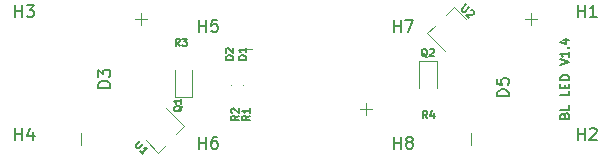
<source format=gbr>
G04 #@! TF.GenerationSoftware,KiCad,Pcbnew,(5.1.4)-1*
G04 #@! TF.CreationDate,2020-08-09T23:36:34-07:00*
G04 #@! TF.ProjectId,SkateLightLEDBoard,536b6174-654c-4696-9768-744c4544426f,rev?*
G04 #@! TF.SameCoordinates,Original*
G04 #@! TF.FileFunction,Legend,Top*
G04 #@! TF.FilePolarity,Positive*
%FSLAX46Y46*%
G04 Gerber Fmt 4.6, Leading zero omitted, Abs format (unit mm)*
G04 Created by KiCad (PCBNEW (5.1.4)-1) date 2020-08-09 23:36:34*
%MOMM*%
%LPD*%
G04 APERTURE LIST*
%ADD10C,0.127000*%
%ADD11C,0.120000*%
%ADD12C,0.100000*%
%ADD13C,0.150000*%
G04 APERTURE END LIST*
D10*
X21916571Y-3102428D02*
X21952857Y-2993571D01*
X21989142Y-2957285D01*
X22061714Y-2921000D01*
X22170571Y-2921000D01*
X22243142Y-2957285D01*
X22279428Y-2993571D01*
X22315714Y-3066142D01*
X22315714Y-3356428D01*
X21553714Y-3356428D01*
X21553714Y-3102428D01*
X21590000Y-3029857D01*
X21626285Y-2993571D01*
X21698857Y-2957285D01*
X21771428Y-2957285D01*
X21844000Y-2993571D01*
X21880285Y-3029857D01*
X21916571Y-3102428D01*
X21916571Y-3356428D01*
X22315714Y-2231571D02*
X22315714Y-2594428D01*
X21553714Y-2594428D01*
X22315714Y-1034142D02*
X22315714Y-1397000D01*
X21553714Y-1397000D01*
X21916571Y-780142D02*
X21916571Y-526142D01*
X22315714Y-417285D02*
X22315714Y-780142D01*
X21553714Y-780142D01*
X21553714Y-417285D01*
X22315714Y-90714D02*
X21553714Y-90714D01*
X21553714Y90714D01*
X21590000Y199571D01*
X21662571Y272142D01*
X21735142Y308428D01*
X21880285Y344714D01*
X21989142Y344714D01*
X22134285Y308428D01*
X22206857Y272142D01*
X22279428Y199571D01*
X22315714Y90714D01*
X22315714Y-90714D01*
X21553714Y1143000D02*
X22315714Y1397000D01*
X21553714Y1651000D01*
X22315714Y2304142D02*
X22315714Y1868714D01*
X22315714Y2086428D02*
X21553714Y2086428D01*
X21662571Y2013857D01*
X21735142Y1941285D01*
X21771428Y1868714D01*
X22243142Y2630714D02*
X22279428Y2667000D01*
X22315714Y2630714D01*
X22279428Y2594428D01*
X22243142Y2630714D01*
X22315714Y2630714D01*
X21807714Y3320142D02*
X22315714Y3320142D01*
X21517428Y3138714D02*
X22061714Y2957285D01*
X22061714Y3429000D01*
D11*
X-13462000Y5080000D02*
X-14478000Y5080000D01*
X-13970000Y5588000D02*
X-13970000Y4572000D01*
X-19050000Y-4572000D02*
X-19050000Y-5588000D01*
X5080000Y-3048000D02*
X5080000Y-2032000D01*
X5588000Y-2540000D02*
X4572000Y-2540000D01*
X-4572000Y2540000D02*
X-5588000Y2540000D01*
X13970000Y-4572000D02*
X13970000Y-5588000D01*
X19050000Y5588000D02*
X19050000Y4572000D01*
X19558000Y5080000D02*
X18542000Y5080000D01*
X-12517828Y-6226630D02*
X-13550203Y-5194254D01*
X-10283370Y-3992172D02*
X-11810721Y-2464822D01*
X-10283370Y-3992172D02*
X-10940979Y-4649782D01*
X-12517828Y-6226630D02*
X-11860218Y-5569021D01*
X12517828Y6099630D02*
X13550203Y5067254D01*
X10283370Y3865172D02*
X11810721Y2337822D01*
X10283370Y3865172D02*
X10940979Y4522782D01*
X12517828Y6099630D02*
X11860218Y5442021D01*
D12*
X-5230660Y-546440D02*
G75*
G03X-5230660Y-546440I-50000J0D01*
G01*
X-6246660Y-546440D02*
G75*
G03X-6246660Y-546440I-50000J0D01*
G01*
D11*
X-9615500Y-1485000D02*
X-9615500Y800000D01*
X-11085500Y-1485000D02*
X-9615500Y-1485000D01*
X-11085500Y800000D02*
X-11085500Y-1485000D01*
X11085500Y-800000D02*
X11085500Y1485000D01*
X11085500Y1485000D02*
X9615500Y1485000D01*
X9615500Y1485000D02*
X9615500Y-800000D01*
D13*
X-16557619Y-738095D02*
X-17557619Y-738095D01*
X-17557619Y-499999D01*
X-17510000Y-357142D01*
X-17414761Y-261904D01*
X-17319523Y-214285D01*
X-17129047Y-166666D01*
X-16986190Y-166666D01*
X-16795714Y-214285D01*
X-16700476Y-261904D01*
X-16605238Y-357142D01*
X-16557619Y-500000D01*
X-16557619Y-738095D01*
X-17557619Y166666D02*
X-17557619Y785714D01*
X-17176666Y452380D01*
X-17176666Y595238D01*
X-17129047Y690476D01*
X-17081428Y738095D01*
X-16986190Y785714D01*
X-16748095Y785714D01*
X-16652857Y738095D01*
X-16605238Y690476D01*
X-16557619Y595238D01*
X-16557619Y309523D01*
X-16605238Y214285D01*
X-16652857Y166666D01*
X17182380Y-1458095D02*
X16182380Y-1458095D01*
X16182380Y-1220000D01*
X16230000Y-1077142D01*
X16325238Y-981904D01*
X16420476Y-934285D01*
X16610952Y-886666D01*
X16753809Y-886666D01*
X16944285Y-934285D01*
X17039523Y-981904D01*
X17134761Y-1077142D01*
X17182380Y-1220000D01*
X17182380Y-1458095D01*
X16182380Y18095D02*
X16182380Y-458095D01*
X16658571Y-505714D01*
X16610952Y-458095D01*
X16563333Y-362857D01*
X16563333Y-124761D01*
X16610952Y-29523D01*
X16658571Y18095D01*
X16753809Y65714D01*
X16991904Y65714D01*
X17087142Y18095D01*
X17134761Y-29523D01*
X17182380Y-124761D01*
X17182380Y-362857D01*
X17134761Y-458095D01*
X17087142Y-505714D01*
X7493095Y-5905380D02*
X7493095Y-4905380D01*
X7493095Y-5381571D02*
X8064523Y-5381571D01*
X8064523Y-5905380D02*
X8064523Y-4905380D01*
X8683571Y-5333952D02*
X8588333Y-5286333D01*
X8540714Y-5238714D01*
X8493095Y-5143476D01*
X8493095Y-5095857D01*
X8540714Y-5000619D01*
X8588333Y-4953000D01*
X8683571Y-4905380D01*
X8874047Y-4905380D01*
X8969285Y-4953000D01*
X9016904Y-5000619D01*
X9064523Y-5095857D01*
X9064523Y-5143476D01*
X9016904Y-5238714D01*
X8969285Y-5286333D01*
X8874047Y-5333952D01*
X8683571Y-5333952D01*
X8588333Y-5381571D01*
X8540714Y-5429190D01*
X8493095Y-5524428D01*
X8493095Y-5714904D01*
X8540714Y-5810142D01*
X8588333Y-5857761D01*
X8683571Y-5905380D01*
X8874047Y-5905380D01*
X8969285Y-5857761D01*
X9016904Y-5810142D01*
X9064523Y-5714904D01*
X9064523Y-5524428D01*
X9016904Y-5429190D01*
X8969285Y-5381571D01*
X8874047Y-5333952D01*
X7493095Y4000619D02*
X7493095Y5000619D01*
X7493095Y4524428D02*
X8064523Y4524428D01*
X8064523Y4000619D02*
X8064523Y5000619D01*
X8445476Y5000619D02*
X9112142Y5000619D01*
X8683571Y4000619D01*
X-9016904Y-5905380D02*
X-9016904Y-4905380D01*
X-9016904Y-5381571D02*
X-8445476Y-5381571D01*
X-8445476Y-5905380D02*
X-8445476Y-4905380D01*
X-7540714Y-4905380D02*
X-7731190Y-4905380D01*
X-7826428Y-4953000D01*
X-7874047Y-5000619D01*
X-7969285Y-5143476D01*
X-8016904Y-5333952D01*
X-8016904Y-5714904D01*
X-7969285Y-5810142D01*
X-7921666Y-5857761D01*
X-7826428Y-5905380D01*
X-7635952Y-5905380D01*
X-7540714Y-5857761D01*
X-7493095Y-5810142D01*
X-7445476Y-5714904D01*
X-7445476Y-5476809D01*
X-7493095Y-5381571D01*
X-7540714Y-5333952D01*
X-7635952Y-5286333D01*
X-7826428Y-5286333D01*
X-7921666Y-5333952D01*
X-7969285Y-5381571D01*
X-8016904Y-5476809D01*
X-9016904Y4000619D02*
X-9016904Y5000619D01*
X-9016904Y4524428D02*
X-8445476Y4524428D01*
X-8445476Y4000619D02*
X-8445476Y5000619D01*
X-7493095Y5000619D02*
X-7969285Y5000619D01*
X-8016904Y4524428D01*
X-7969285Y4572047D01*
X-7874047Y4619666D01*
X-7635952Y4619666D01*
X-7540714Y4572047D01*
X-7493095Y4524428D01*
X-7445476Y4429190D01*
X-7445476Y4191095D01*
X-7493095Y4095857D01*
X-7540714Y4048238D01*
X-7635952Y4000619D01*
X-7874047Y4000619D01*
X-7969285Y4048238D01*
X-8016904Y4095857D01*
X23050595Y5254619D02*
X23050595Y6254619D01*
X23050595Y5778428D02*
X23622023Y5778428D01*
X23622023Y5254619D02*
X23622023Y6254619D01*
X24622023Y5254619D02*
X24050595Y5254619D01*
X24336309Y5254619D02*
X24336309Y6254619D01*
X24241071Y6111761D01*
X24145833Y6016523D01*
X24050595Y5968904D01*
X23050595Y-5159380D02*
X23050595Y-4159380D01*
X23050595Y-4635571D02*
X23622023Y-4635571D01*
X23622023Y-5159380D02*
X23622023Y-4159380D01*
X24050595Y-4254619D02*
X24098214Y-4207000D01*
X24193452Y-4159380D01*
X24431547Y-4159380D01*
X24526785Y-4207000D01*
X24574404Y-4254619D01*
X24622023Y-4349857D01*
X24622023Y-4445095D01*
X24574404Y-4587952D01*
X24002976Y-5159380D01*
X24622023Y-5159380D01*
X-24574404Y5254619D02*
X-24574404Y6254619D01*
X-24574404Y5778428D02*
X-24002976Y5778428D01*
X-24002976Y5254619D02*
X-24002976Y6254619D01*
X-23622023Y6254619D02*
X-23002976Y6254619D01*
X-23336309Y5873666D01*
X-23193452Y5873666D01*
X-23098214Y5826047D01*
X-23050595Y5778428D01*
X-23002976Y5683190D01*
X-23002976Y5445095D01*
X-23050595Y5349857D01*
X-23098214Y5302238D01*
X-23193452Y5254619D01*
X-23479166Y5254619D01*
X-23574404Y5302238D01*
X-23622023Y5349857D01*
X-24574404Y-5159380D02*
X-24574404Y-4159380D01*
X-24574404Y-4635571D02*
X-24002976Y-4635571D01*
X-24002976Y-5159380D02*
X-24002976Y-4159380D01*
X-23098214Y-4492714D02*
X-23098214Y-5159380D01*
X-23336309Y-4111761D02*
X-23574404Y-4826047D01*
X-22955357Y-4826047D01*
D10*
X-14012877Y-5236227D02*
X-14376363Y-5599713D01*
X-14397745Y-5663858D01*
X-14397745Y-5706621D01*
X-14376363Y-5770766D01*
X-14290837Y-5856292D01*
X-14226692Y-5877673D01*
X-14183929Y-5877673D01*
X-14119784Y-5856292D01*
X-13756298Y-5492805D01*
X-13756298Y-6390831D02*
X-14012877Y-6134252D01*
X-13884587Y-6262542D02*
X-13435574Y-5813529D01*
X-13542482Y-5834910D01*
X-13628008Y-5834910D01*
X-13692153Y-5813529D01*
X13609622Y6323312D02*
X13246136Y5959826D01*
X13224754Y5895681D01*
X13224754Y5852918D01*
X13246136Y5788773D01*
X13331662Y5703247D01*
X13395807Y5681866D01*
X13438570Y5681866D01*
X13502715Y5703247D01*
X13866201Y6066734D01*
X14015872Y5831537D02*
X14058635Y5831537D01*
X14122780Y5810155D01*
X14229688Y5703247D01*
X14251069Y5639102D01*
X14251069Y5596339D01*
X14229688Y5532195D01*
X14186925Y5489432D01*
X14101398Y5446668D01*
X13588241Y5446668D01*
X13866201Y5168708D01*
X-5051818Y1639509D02*
X-5686818Y1639509D01*
X-5686818Y1790700D01*
X-5656580Y1881414D01*
X-5596103Y1941890D01*
X-5535627Y1972128D01*
X-5414675Y2002366D01*
X-5323960Y2002366D01*
X-5203008Y1972128D01*
X-5142532Y1941890D01*
X-5082056Y1881414D01*
X-5051818Y1790700D01*
X-5051818Y1639509D01*
X-5051818Y2607128D02*
X-5051818Y2244271D01*
X-5051818Y2425700D02*
X-5686818Y2425700D01*
X-5596103Y2365223D01*
X-5535627Y2304747D01*
X-5505389Y2244271D01*
X-6138938Y1626809D02*
X-6773938Y1626809D01*
X-6773938Y1778000D01*
X-6743700Y1868714D01*
X-6683223Y1929190D01*
X-6622747Y1959428D01*
X-6501795Y1989666D01*
X-6411080Y1989666D01*
X-6290128Y1959428D01*
X-6229652Y1929190D01*
X-6169176Y1868714D01*
X-6138938Y1778000D01*
X-6138938Y1626809D01*
X-6713461Y2231571D02*
X-6743700Y2261809D01*
X-6773938Y2322285D01*
X-6773938Y2473476D01*
X-6743700Y2533952D01*
X-6713461Y2564190D01*
X-6652985Y2594428D01*
X-6592509Y2594428D01*
X-6501795Y2564190D01*
X-6138938Y2201333D01*
X-6138938Y2594428D01*
X-10477741Y-2300756D02*
X-10507980Y-2361232D01*
X-10568456Y-2421708D01*
X-10659170Y-2512422D01*
X-10689408Y-2572899D01*
X-10689408Y-2633375D01*
X-10538218Y-2603137D02*
X-10568456Y-2663613D01*
X-10628932Y-2724089D01*
X-10749884Y-2754327D01*
X-10961551Y-2754327D01*
X-11082503Y-2724089D01*
X-11142980Y-2663613D01*
X-11173218Y-2603137D01*
X-11173218Y-2482184D01*
X-11142980Y-2421708D01*
X-11082503Y-2361232D01*
X-10961551Y-2330994D01*
X-10749884Y-2330994D01*
X-10628932Y-2361232D01*
X-10568456Y-2421708D01*
X-10538218Y-2482184D01*
X-10538218Y-2603137D01*
X-10538218Y-1726232D02*
X-10538218Y-2089089D01*
X-10538218Y-1907660D02*
X-11173218Y-1907660D01*
X-11082503Y-1968137D01*
X-11022027Y-2028613D01*
X-10991789Y-2089089D01*
X10284943Y1869681D02*
X10224467Y1899920D01*
X10163991Y1960396D01*
X10073277Y2051110D01*
X10012800Y2081348D01*
X9952324Y2081348D01*
X9982562Y1930158D02*
X9922086Y1960396D01*
X9861610Y2020872D01*
X9831372Y2141824D01*
X9831372Y2353491D01*
X9861610Y2474443D01*
X9922086Y2534920D01*
X9982562Y2565158D01*
X10103515Y2565158D01*
X10163991Y2534920D01*
X10224467Y2474443D01*
X10254705Y2353491D01*
X10254705Y2141824D01*
X10224467Y2020872D01*
X10163991Y1960396D01*
X10103515Y1930158D01*
X9982562Y1930158D01*
X10496610Y2504681D02*
X10526848Y2534920D01*
X10587324Y2565158D01*
X10738515Y2565158D01*
X10798991Y2534920D01*
X10829229Y2504681D01*
X10859467Y2444205D01*
X10859467Y2383729D01*
X10829229Y2293015D01*
X10466372Y1930158D01*
X10859467Y1930158D01*
X-10656993Y2783598D02*
X-10868660Y3085979D01*
X-11019850Y2783598D02*
X-11019850Y3418598D01*
X-10777945Y3418598D01*
X-10717469Y3388360D01*
X-10687231Y3358121D01*
X-10656993Y3297645D01*
X-10656993Y3206931D01*
X-10687231Y3146455D01*
X-10717469Y3116217D01*
X-10777945Y3085979D01*
X-11019850Y3085979D01*
X-10445326Y3418598D02*
X-10052231Y3418598D01*
X-10263898Y3176693D01*
X-10173183Y3176693D01*
X-10112707Y3146455D01*
X-10082469Y3116217D01*
X-10052231Y3055740D01*
X-10052231Y2904550D01*
X-10082469Y2844074D01*
X-10112707Y2813836D01*
X-10173183Y2783598D01*
X-10354612Y2783598D01*
X-10415088Y2813836D01*
X-10445326Y2844074D01*
X10310706Y-3332721D02*
X10099040Y-3030340D01*
X9947849Y-3332721D02*
X9947849Y-2697721D01*
X10189754Y-2697721D01*
X10250230Y-2727960D01*
X10280468Y-2758198D01*
X10310706Y-2818674D01*
X10310706Y-2909388D01*
X10280468Y-2969864D01*
X10250230Y-3000102D01*
X10189754Y-3030340D01*
X9947849Y-3030340D01*
X10854992Y-2909388D02*
X10854992Y-3332721D01*
X10703801Y-2667483D02*
X10552611Y-3121055D01*
X10945706Y-3121055D01*
X-4724158Y-3100493D02*
X-5026539Y-3312160D01*
X-4724158Y-3463350D02*
X-5359158Y-3463350D01*
X-5359158Y-3221445D01*
X-5328920Y-3160969D01*
X-5298681Y-3130731D01*
X-5238205Y-3100493D01*
X-5147491Y-3100493D01*
X-5087015Y-3130731D01*
X-5056777Y-3160969D01*
X-5026539Y-3221445D01*
X-5026539Y-3463350D01*
X-4724158Y-2495731D02*
X-4724158Y-2858588D01*
X-4724158Y-2677160D02*
X-5359158Y-2677160D01*
X-5268443Y-2737636D01*
X-5207967Y-2798112D01*
X-5177729Y-2858588D01*
X-5674118Y-3097953D02*
X-5976499Y-3309620D01*
X-5674118Y-3460810D02*
X-6309118Y-3460810D01*
X-6309118Y-3218905D01*
X-6278880Y-3158429D01*
X-6248641Y-3128191D01*
X-6188165Y-3097953D01*
X-6097451Y-3097953D01*
X-6036975Y-3128191D01*
X-6006737Y-3158429D01*
X-5976499Y-3218905D01*
X-5976499Y-3460810D01*
X-6248641Y-2856048D02*
X-6278880Y-2825810D01*
X-6309118Y-2765334D01*
X-6309118Y-2614143D01*
X-6278880Y-2553667D01*
X-6248641Y-2523429D01*
X-6188165Y-2493191D01*
X-6127689Y-2493191D01*
X-6036975Y-2523429D01*
X-5674118Y-2886286D01*
X-5674118Y-2493191D01*
M02*

</source>
